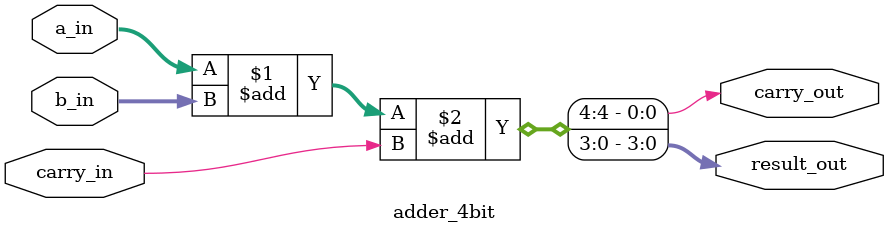
<source format=v>
`timescale 1ns / 1ps


module adder_4bit #(parameter DATA_SIZE =4)(
                    input [DATA_SIZE-1:0] a_in,
                    input [DATA_SIZE-1:0] b_in,
                    input  carry_in,
                    output carry_out,
                    output [DATA_SIZE-1:0] result_out
    );
    
    assign {carry_out, result_out} = a_in + b_in + carry_in ;

endmodule

</source>
